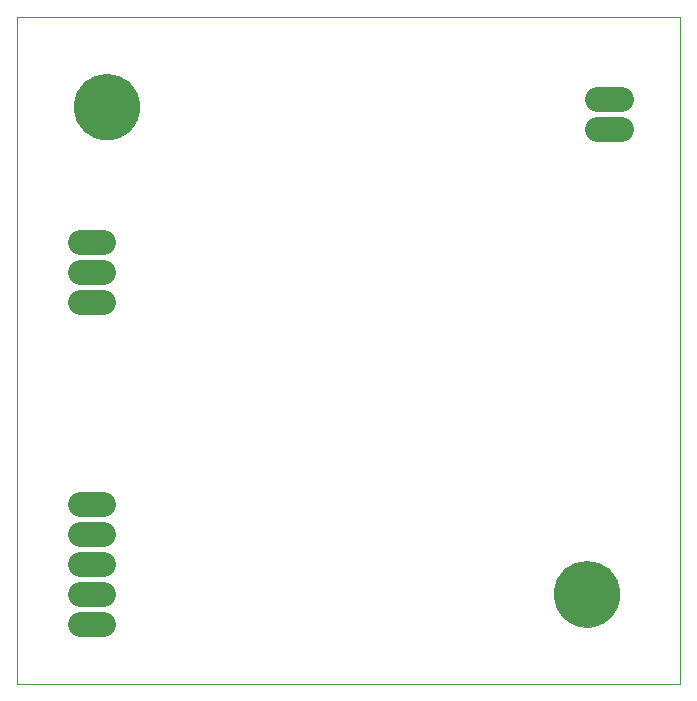
<source format=gbs>
G75*
%MOIN*%
%OFA0B0*%
%FSLAX25Y25*%
%IPPOS*%
%LPD*%
%AMOC8*
5,1,8,0,0,1.08239X$1,22.5*
%
%ADD10C,0.00000*%
%ADD11C,0.08200*%
%ADD12C,0.22054*%
D10*
X0001000Y0001000D02*
X0001000Y0223461D01*
X0222201Y0223461D01*
X0222201Y0001000D01*
X0001000Y0001000D01*
X0180173Y0031000D02*
X0180176Y0031266D01*
X0180186Y0031531D01*
X0180202Y0031796D01*
X0180225Y0032061D01*
X0180254Y0032325D01*
X0180290Y0032589D01*
X0180332Y0032851D01*
X0180381Y0033112D01*
X0180436Y0033372D01*
X0180497Y0033631D01*
X0180565Y0033888D01*
X0180639Y0034143D01*
X0180719Y0034396D01*
X0180806Y0034648D01*
X0180898Y0034897D01*
X0180997Y0035143D01*
X0181102Y0035388D01*
X0181213Y0035629D01*
X0181329Y0035868D01*
X0181451Y0036104D01*
X0181580Y0036337D01*
X0181713Y0036566D01*
X0181853Y0036792D01*
X0181998Y0037015D01*
X0182148Y0037234D01*
X0182304Y0037450D01*
X0182465Y0037661D01*
X0182631Y0037869D01*
X0182802Y0038072D01*
X0182978Y0038271D01*
X0183159Y0038466D01*
X0183344Y0038656D01*
X0183534Y0038841D01*
X0183729Y0039022D01*
X0183928Y0039198D01*
X0184131Y0039369D01*
X0184339Y0039535D01*
X0184550Y0039696D01*
X0184766Y0039852D01*
X0184985Y0040002D01*
X0185208Y0040147D01*
X0185434Y0040287D01*
X0185663Y0040420D01*
X0185896Y0040549D01*
X0186132Y0040671D01*
X0186371Y0040787D01*
X0186612Y0040898D01*
X0186857Y0041003D01*
X0187103Y0041102D01*
X0187352Y0041194D01*
X0187604Y0041281D01*
X0187857Y0041361D01*
X0188112Y0041435D01*
X0188369Y0041503D01*
X0188628Y0041564D01*
X0188888Y0041619D01*
X0189149Y0041668D01*
X0189411Y0041710D01*
X0189675Y0041746D01*
X0189939Y0041775D01*
X0190204Y0041798D01*
X0190469Y0041814D01*
X0190734Y0041824D01*
X0191000Y0041827D01*
X0191266Y0041824D01*
X0191531Y0041814D01*
X0191796Y0041798D01*
X0192061Y0041775D01*
X0192325Y0041746D01*
X0192589Y0041710D01*
X0192851Y0041668D01*
X0193112Y0041619D01*
X0193372Y0041564D01*
X0193631Y0041503D01*
X0193888Y0041435D01*
X0194143Y0041361D01*
X0194396Y0041281D01*
X0194648Y0041194D01*
X0194897Y0041102D01*
X0195143Y0041003D01*
X0195388Y0040898D01*
X0195629Y0040787D01*
X0195868Y0040671D01*
X0196104Y0040549D01*
X0196337Y0040420D01*
X0196566Y0040287D01*
X0196792Y0040147D01*
X0197015Y0040002D01*
X0197234Y0039852D01*
X0197450Y0039696D01*
X0197661Y0039535D01*
X0197869Y0039369D01*
X0198072Y0039198D01*
X0198271Y0039022D01*
X0198466Y0038841D01*
X0198656Y0038656D01*
X0198841Y0038466D01*
X0199022Y0038271D01*
X0199198Y0038072D01*
X0199369Y0037869D01*
X0199535Y0037661D01*
X0199696Y0037450D01*
X0199852Y0037234D01*
X0200002Y0037015D01*
X0200147Y0036792D01*
X0200287Y0036566D01*
X0200420Y0036337D01*
X0200549Y0036104D01*
X0200671Y0035868D01*
X0200787Y0035629D01*
X0200898Y0035388D01*
X0201003Y0035143D01*
X0201102Y0034897D01*
X0201194Y0034648D01*
X0201281Y0034396D01*
X0201361Y0034143D01*
X0201435Y0033888D01*
X0201503Y0033631D01*
X0201564Y0033372D01*
X0201619Y0033112D01*
X0201668Y0032851D01*
X0201710Y0032589D01*
X0201746Y0032325D01*
X0201775Y0032061D01*
X0201798Y0031796D01*
X0201814Y0031531D01*
X0201824Y0031266D01*
X0201827Y0031000D01*
X0201824Y0030734D01*
X0201814Y0030469D01*
X0201798Y0030204D01*
X0201775Y0029939D01*
X0201746Y0029675D01*
X0201710Y0029411D01*
X0201668Y0029149D01*
X0201619Y0028888D01*
X0201564Y0028628D01*
X0201503Y0028369D01*
X0201435Y0028112D01*
X0201361Y0027857D01*
X0201281Y0027604D01*
X0201194Y0027352D01*
X0201102Y0027103D01*
X0201003Y0026857D01*
X0200898Y0026612D01*
X0200787Y0026371D01*
X0200671Y0026132D01*
X0200549Y0025896D01*
X0200420Y0025663D01*
X0200287Y0025434D01*
X0200147Y0025208D01*
X0200002Y0024985D01*
X0199852Y0024766D01*
X0199696Y0024550D01*
X0199535Y0024339D01*
X0199369Y0024131D01*
X0199198Y0023928D01*
X0199022Y0023729D01*
X0198841Y0023534D01*
X0198656Y0023344D01*
X0198466Y0023159D01*
X0198271Y0022978D01*
X0198072Y0022802D01*
X0197869Y0022631D01*
X0197661Y0022465D01*
X0197450Y0022304D01*
X0197234Y0022148D01*
X0197015Y0021998D01*
X0196792Y0021853D01*
X0196566Y0021713D01*
X0196337Y0021580D01*
X0196104Y0021451D01*
X0195868Y0021329D01*
X0195629Y0021213D01*
X0195388Y0021102D01*
X0195143Y0020997D01*
X0194897Y0020898D01*
X0194648Y0020806D01*
X0194396Y0020719D01*
X0194143Y0020639D01*
X0193888Y0020565D01*
X0193631Y0020497D01*
X0193372Y0020436D01*
X0193112Y0020381D01*
X0192851Y0020332D01*
X0192589Y0020290D01*
X0192325Y0020254D01*
X0192061Y0020225D01*
X0191796Y0020202D01*
X0191531Y0020186D01*
X0191266Y0020176D01*
X0191000Y0020173D01*
X0190734Y0020176D01*
X0190469Y0020186D01*
X0190204Y0020202D01*
X0189939Y0020225D01*
X0189675Y0020254D01*
X0189411Y0020290D01*
X0189149Y0020332D01*
X0188888Y0020381D01*
X0188628Y0020436D01*
X0188369Y0020497D01*
X0188112Y0020565D01*
X0187857Y0020639D01*
X0187604Y0020719D01*
X0187352Y0020806D01*
X0187103Y0020898D01*
X0186857Y0020997D01*
X0186612Y0021102D01*
X0186371Y0021213D01*
X0186132Y0021329D01*
X0185896Y0021451D01*
X0185663Y0021580D01*
X0185434Y0021713D01*
X0185208Y0021853D01*
X0184985Y0021998D01*
X0184766Y0022148D01*
X0184550Y0022304D01*
X0184339Y0022465D01*
X0184131Y0022631D01*
X0183928Y0022802D01*
X0183729Y0022978D01*
X0183534Y0023159D01*
X0183344Y0023344D01*
X0183159Y0023534D01*
X0182978Y0023729D01*
X0182802Y0023928D01*
X0182631Y0024131D01*
X0182465Y0024339D01*
X0182304Y0024550D01*
X0182148Y0024766D01*
X0181998Y0024985D01*
X0181853Y0025208D01*
X0181713Y0025434D01*
X0181580Y0025663D01*
X0181451Y0025896D01*
X0181329Y0026132D01*
X0181213Y0026371D01*
X0181102Y0026612D01*
X0180997Y0026857D01*
X0180898Y0027103D01*
X0180806Y0027352D01*
X0180719Y0027604D01*
X0180639Y0027857D01*
X0180565Y0028112D01*
X0180497Y0028369D01*
X0180436Y0028628D01*
X0180381Y0028888D01*
X0180332Y0029149D01*
X0180290Y0029411D01*
X0180254Y0029675D01*
X0180225Y0029939D01*
X0180202Y0030204D01*
X0180186Y0030469D01*
X0180176Y0030734D01*
X0180173Y0031000D01*
X0020173Y0193500D02*
X0020176Y0193766D01*
X0020186Y0194031D01*
X0020202Y0194296D01*
X0020225Y0194561D01*
X0020254Y0194825D01*
X0020290Y0195089D01*
X0020332Y0195351D01*
X0020381Y0195612D01*
X0020436Y0195872D01*
X0020497Y0196131D01*
X0020565Y0196388D01*
X0020639Y0196643D01*
X0020719Y0196896D01*
X0020806Y0197148D01*
X0020898Y0197397D01*
X0020997Y0197643D01*
X0021102Y0197888D01*
X0021213Y0198129D01*
X0021329Y0198368D01*
X0021451Y0198604D01*
X0021580Y0198837D01*
X0021713Y0199066D01*
X0021853Y0199292D01*
X0021998Y0199515D01*
X0022148Y0199734D01*
X0022304Y0199950D01*
X0022465Y0200161D01*
X0022631Y0200369D01*
X0022802Y0200572D01*
X0022978Y0200771D01*
X0023159Y0200966D01*
X0023344Y0201156D01*
X0023534Y0201341D01*
X0023729Y0201522D01*
X0023928Y0201698D01*
X0024131Y0201869D01*
X0024339Y0202035D01*
X0024550Y0202196D01*
X0024766Y0202352D01*
X0024985Y0202502D01*
X0025208Y0202647D01*
X0025434Y0202787D01*
X0025663Y0202920D01*
X0025896Y0203049D01*
X0026132Y0203171D01*
X0026371Y0203287D01*
X0026612Y0203398D01*
X0026857Y0203503D01*
X0027103Y0203602D01*
X0027352Y0203694D01*
X0027604Y0203781D01*
X0027857Y0203861D01*
X0028112Y0203935D01*
X0028369Y0204003D01*
X0028628Y0204064D01*
X0028888Y0204119D01*
X0029149Y0204168D01*
X0029411Y0204210D01*
X0029675Y0204246D01*
X0029939Y0204275D01*
X0030204Y0204298D01*
X0030469Y0204314D01*
X0030734Y0204324D01*
X0031000Y0204327D01*
X0031266Y0204324D01*
X0031531Y0204314D01*
X0031796Y0204298D01*
X0032061Y0204275D01*
X0032325Y0204246D01*
X0032589Y0204210D01*
X0032851Y0204168D01*
X0033112Y0204119D01*
X0033372Y0204064D01*
X0033631Y0204003D01*
X0033888Y0203935D01*
X0034143Y0203861D01*
X0034396Y0203781D01*
X0034648Y0203694D01*
X0034897Y0203602D01*
X0035143Y0203503D01*
X0035388Y0203398D01*
X0035629Y0203287D01*
X0035868Y0203171D01*
X0036104Y0203049D01*
X0036337Y0202920D01*
X0036566Y0202787D01*
X0036792Y0202647D01*
X0037015Y0202502D01*
X0037234Y0202352D01*
X0037450Y0202196D01*
X0037661Y0202035D01*
X0037869Y0201869D01*
X0038072Y0201698D01*
X0038271Y0201522D01*
X0038466Y0201341D01*
X0038656Y0201156D01*
X0038841Y0200966D01*
X0039022Y0200771D01*
X0039198Y0200572D01*
X0039369Y0200369D01*
X0039535Y0200161D01*
X0039696Y0199950D01*
X0039852Y0199734D01*
X0040002Y0199515D01*
X0040147Y0199292D01*
X0040287Y0199066D01*
X0040420Y0198837D01*
X0040549Y0198604D01*
X0040671Y0198368D01*
X0040787Y0198129D01*
X0040898Y0197888D01*
X0041003Y0197643D01*
X0041102Y0197397D01*
X0041194Y0197148D01*
X0041281Y0196896D01*
X0041361Y0196643D01*
X0041435Y0196388D01*
X0041503Y0196131D01*
X0041564Y0195872D01*
X0041619Y0195612D01*
X0041668Y0195351D01*
X0041710Y0195089D01*
X0041746Y0194825D01*
X0041775Y0194561D01*
X0041798Y0194296D01*
X0041814Y0194031D01*
X0041824Y0193766D01*
X0041827Y0193500D01*
X0041824Y0193234D01*
X0041814Y0192969D01*
X0041798Y0192704D01*
X0041775Y0192439D01*
X0041746Y0192175D01*
X0041710Y0191911D01*
X0041668Y0191649D01*
X0041619Y0191388D01*
X0041564Y0191128D01*
X0041503Y0190869D01*
X0041435Y0190612D01*
X0041361Y0190357D01*
X0041281Y0190104D01*
X0041194Y0189852D01*
X0041102Y0189603D01*
X0041003Y0189357D01*
X0040898Y0189112D01*
X0040787Y0188871D01*
X0040671Y0188632D01*
X0040549Y0188396D01*
X0040420Y0188163D01*
X0040287Y0187934D01*
X0040147Y0187708D01*
X0040002Y0187485D01*
X0039852Y0187266D01*
X0039696Y0187050D01*
X0039535Y0186839D01*
X0039369Y0186631D01*
X0039198Y0186428D01*
X0039022Y0186229D01*
X0038841Y0186034D01*
X0038656Y0185844D01*
X0038466Y0185659D01*
X0038271Y0185478D01*
X0038072Y0185302D01*
X0037869Y0185131D01*
X0037661Y0184965D01*
X0037450Y0184804D01*
X0037234Y0184648D01*
X0037015Y0184498D01*
X0036792Y0184353D01*
X0036566Y0184213D01*
X0036337Y0184080D01*
X0036104Y0183951D01*
X0035868Y0183829D01*
X0035629Y0183713D01*
X0035388Y0183602D01*
X0035143Y0183497D01*
X0034897Y0183398D01*
X0034648Y0183306D01*
X0034396Y0183219D01*
X0034143Y0183139D01*
X0033888Y0183065D01*
X0033631Y0182997D01*
X0033372Y0182936D01*
X0033112Y0182881D01*
X0032851Y0182832D01*
X0032589Y0182790D01*
X0032325Y0182754D01*
X0032061Y0182725D01*
X0031796Y0182702D01*
X0031531Y0182686D01*
X0031266Y0182676D01*
X0031000Y0182673D01*
X0030734Y0182676D01*
X0030469Y0182686D01*
X0030204Y0182702D01*
X0029939Y0182725D01*
X0029675Y0182754D01*
X0029411Y0182790D01*
X0029149Y0182832D01*
X0028888Y0182881D01*
X0028628Y0182936D01*
X0028369Y0182997D01*
X0028112Y0183065D01*
X0027857Y0183139D01*
X0027604Y0183219D01*
X0027352Y0183306D01*
X0027103Y0183398D01*
X0026857Y0183497D01*
X0026612Y0183602D01*
X0026371Y0183713D01*
X0026132Y0183829D01*
X0025896Y0183951D01*
X0025663Y0184080D01*
X0025434Y0184213D01*
X0025208Y0184353D01*
X0024985Y0184498D01*
X0024766Y0184648D01*
X0024550Y0184804D01*
X0024339Y0184965D01*
X0024131Y0185131D01*
X0023928Y0185302D01*
X0023729Y0185478D01*
X0023534Y0185659D01*
X0023344Y0185844D01*
X0023159Y0186034D01*
X0022978Y0186229D01*
X0022802Y0186428D01*
X0022631Y0186631D01*
X0022465Y0186839D01*
X0022304Y0187050D01*
X0022148Y0187266D01*
X0021998Y0187485D01*
X0021853Y0187708D01*
X0021713Y0187934D01*
X0021580Y0188163D01*
X0021451Y0188396D01*
X0021329Y0188632D01*
X0021213Y0188871D01*
X0021102Y0189112D01*
X0020997Y0189357D01*
X0020898Y0189603D01*
X0020806Y0189852D01*
X0020719Y0190104D01*
X0020639Y0190357D01*
X0020565Y0190612D01*
X0020497Y0190869D01*
X0020436Y0191128D01*
X0020381Y0191388D01*
X0020332Y0191649D01*
X0020290Y0191911D01*
X0020254Y0192175D01*
X0020225Y0192439D01*
X0020202Y0192704D01*
X0020186Y0192969D01*
X0020176Y0193234D01*
X0020173Y0193500D01*
D11*
X0022100Y0148500D02*
X0029900Y0148500D01*
X0029900Y0138500D02*
X0022100Y0138500D01*
X0022100Y0128500D02*
X0029900Y0128500D01*
X0029900Y0061000D02*
X0022100Y0061000D01*
X0022100Y0051000D02*
X0029900Y0051000D01*
X0029900Y0041000D02*
X0022100Y0041000D01*
X0022100Y0031000D02*
X0029900Y0031000D01*
X0029900Y0021000D02*
X0022100Y0021000D01*
X0194600Y0186000D02*
X0202400Y0186000D01*
X0202400Y0196000D02*
X0194600Y0196000D01*
D12*
X0031000Y0193500D03*
X0191000Y0031000D03*
M02*

</source>
